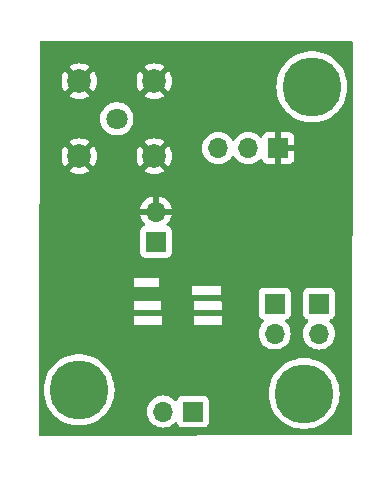
<source format=gbl>
%TF.GenerationSoftware,KiCad,Pcbnew,8.0.1*%
%TF.CreationDate,2024-04-15T14:56:09+02:00*%
%TF.ProjectId,Transmitter prototype,5472616e-736d-4697-9474-65722070726f,rev?*%
%TF.SameCoordinates,Original*%
%TF.FileFunction,Copper,L2,Bot*%
%TF.FilePolarity,Positive*%
%FSLAX46Y46*%
G04 Gerber Fmt 4.6, Leading zero omitted, Abs format (unit mm)*
G04 Created by KiCad (PCBNEW 8.0.1) date 2024-04-15 14:56:09*
%MOMM*%
%LPD*%
G01*
G04 APERTURE LIST*
%TA.AperFunction,ComponentPad*%
%ADD10C,5.000000*%
%TD*%
%TA.AperFunction,ComponentPad*%
%ADD11R,1.700000X1.700000*%
%TD*%
%TA.AperFunction,ComponentPad*%
%ADD12O,1.700000X1.700000*%
%TD*%
%TA.AperFunction,ComponentPad*%
%ADD13C,1.803400*%
%TD*%
%TA.AperFunction,ComponentPad*%
%ADD14C,2.006600*%
%TD*%
G04 APERTURE END LIST*
D10*
%TO.P,H3,1*%
%TO.N,N/C*%
X179019200Y-99568000D03*
%TD*%
D11*
%TO.P,J3,1,Pin_1*%
%TO.N,GND*%
X176834800Y-78790800D03*
D12*
%TO.P,J3,2,Pin_2*%
%TO.N,-5V*%
X174294800Y-78790800D03*
%TO.P,J3,3,Pin_3*%
%TO.N,+5V*%
X171754800Y-78790800D03*
%TD*%
D11*
%TO.P,J5,1,Pin_1*%
%TO.N,/coil start*%
X176530000Y-91948000D03*
D12*
%TO.P,J5,2,Pin_2*%
%TO.N,/coil end*%
X176530000Y-94488000D03*
%TD*%
D11*
%TO.P,J2,1,Pin_1*%
%TO.N,-5V*%
X169621200Y-101092000D03*
D12*
%TO.P,J2,2,Pin_2*%
%TO.N,+5V*%
X167081200Y-101092000D03*
%TD*%
D13*
%TO.P,J1,1,In*%
%TO.N,Net-(J1-In)*%
X163169600Y-76301600D03*
D14*
%TO.P,J1,2,Ext*%
%TO.N,GND*%
X159994600Y-73126600D03*
%TO.P,J1,3*%
X166344600Y-73126600D03*
%TO.P,J1,4*%
X159994600Y-79476600D03*
%TO.P,J1,5*%
X166344600Y-79476600D03*
%TD*%
D11*
%TO.P,J6,1,Pin_1*%
%TO.N,Net-(J6-Pin_1)*%
X166471600Y-86715600D03*
D12*
%TO.P,J6,2,Pin_2*%
%TO.N,GND*%
X166471600Y-84175600D03*
%TD*%
D11*
%TO.P,J4,1,Pin_1*%
%TO.N,/coil start*%
X180289200Y-91948000D03*
D12*
%TO.P,J4,2,Pin_2*%
%TO.N,/coil end*%
X180289200Y-94488000D03*
%TD*%
D10*
%TO.P,H2,1*%
%TO.N,N/C*%
X159969200Y-99263200D03*
%TD*%
%TO.P,H1,1*%
%TO.N,N/C*%
X179679600Y-73609200D03*
%TD*%
%TA.AperFunction,Conductor*%
%TO.N,GND*%
G36*
X183076850Y-69717285D02*
G01*
X183122605Y-69770089D01*
X183133811Y-69821789D01*
X183083387Y-102949862D01*
X183063600Y-103016871D01*
X183010727Y-103062546D01*
X182959862Y-103073672D01*
X156690452Y-103174321D01*
X156623338Y-103154894D01*
X156577381Y-103102265D01*
X156565978Y-103049950D01*
X156577471Y-99263203D01*
X156963615Y-99263203D01*
X156983938Y-99612127D01*
X156983939Y-99612138D01*
X157044628Y-99956327D01*
X157044630Y-99956334D01*
X157144874Y-100291172D01*
X157283307Y-100612095D01*
X157283313Y-100612108D01*
X157458070Y-100914797D01*
X157666784Y-101195149D01*
X157666789Y-101195155D01*
X157790663Y-101326453D01*
X157906642Y-101449383D01*
X158033302Y-101555663D01*
X158174386Y-101674047D01*
X158174394Y-101674053D01*
X158466403Y-101866111D01*
X158712831Y-101989872D01*
X158778749Y-102022977D01*
X159107189Y-102142519D01*
X159447286Y-102223123D01*
X159794441Y-102263700D01*
X159794448Y-102263700D01*
X160143952Y-102263700D01*
X160143959Y-102263700D01*
X160491114Y-102223123D01*
X160831211Y-102142519D01*
X161159651Y-102022977D01*
X161471993Y-101866113D01*
X161764011Y-101674049D01*
X162031758Y-101449383D01*
X162271612Y-101195153D01*
X162348407Y-101092000D01*
X165725541Y-101092000D01*
X165746136Y-101327403D01*
X165746138Y-101327413D01*
X165807294Y-101555655D01*
X165807296Y-101555659D01*
X165807297Y-101555663D01*
X165891699Y-101736663D01*
X165907165Y-101769830D01*
X165907167Y-101769834D01*
X165974583Y-101866113D01*
X166042705Y-101963401D01*
X166209799Y-102130495D01*
X166306584Y-102198265D01*
X166403365Y-102266032D01*
X166403367Y-102266033D01*
X166403370Y-102266035D01*
X166617537Y-102365903D01*
X166845792Y-102427063D01*
X167022234Y-102442500D01*
X167081199Y-102447659D01*
X167081200Y-102447659D01*
X167081201Y-102447659D01*
X167140166Y-102442500D01*
X167316608Y-102427063D01*
X167544863Y-102365903D01*
X167759030Y-102266035D01*
X167952601Y-102130495D01*
X168074529Y-102008566D01*
X168135848Y-101975084D01*
X168205540Y-101980068D01*
X168261474Y-102021939D01*
X168278389Y-102052917D01*
X168327402Y-102184328D01*
X168327406Y-102184335D01*
X168413652Y-102299544D01*
X168413655Y-102299547D01*
X168528864Y-102385793D01*
X168528871Y-102385797D01*
X168663717Y-102436091D01*
X168663716Y-102436091D01*
X168670644Y-102436835D01*
X168723327Y-102442500D01*
X170519072Y-102442499D01*
X170578683Y-102436091D01*
X170713531Y-102385796D01*
X170828746Y-102299546D01*
X170914996Y-102184331D01*
X170965291Y-102049483D01*
X170971700Y-101989873D01*
X170971699Y-100194128D01*
X170965291Y-100134517D01*
X170964010Y-100131083D01*
X170914997Y-99999671D01*
X170914993Y-99999664D01*
X170828747Y-99884455D01*
X170828744Y-99884452D01*
X170713535Y-99798206D01*
X170713528Y-99798202D01*
X170578682Y-99747908D01*
X170578683Y-99747908D01*
X170519083Y-99741501D01*
X170519081Y-99741500D01*
X170519073Y-99741500D01*
X170519064Y-99741500D01*
X168723329Y-99741500D01*
X168723323Y-99741501D01*
X168663716Y-99747908D01*
X168528871Y-99798202D01*
X168528864Y-99798206D01*
X168413655Y-99884452D01*
X168413652Y-99884455D01*
X168327406Y-99999664D01*
X168327403Y-99999669D01*
X168278389Y-100131083D01*
X168236517Y-100187016D01*
X168171053Y-100211433D01*
X168102780Y-100196581D01*
X168074526Y-100175430D01*
X167952602Y-100053506D01*
X167952595Y-100053501D01*
X167759034Y-99917967D01*
X167759030Y-99917965D01*
X167756804Y-99916927D01*
X167544863Y-99818097D01*
X167544859Y-99818096D01*
X167544855Y-99818094D01*
X167316613Y-99756938D01*
X167316603Y-99756936D01*
X167081201Y-99736341D01*
X167081199Y-99736341D01*
X166845796Y-99756936D01*
X166845786Y-99756938D01*
X166617544Y-99818094D01*
X166617535Y-99818098D01*
X166403371Y-99917964D01*
X166403369Y-99917965D01*
X166209797Y-100053505D01*
X166042705Y-100220597D01*
X165907165Y-100414169D01*
X165907164Y-100414171D01*
X165807298Y-100628335D01*
X165807294Y-100628344D01*
X165746138Y-100856586D01*
X165746136Y-100856596D01*
X165725541Y-101091999D01*
X165725541Y-101092000D01*
X162348407Y-101092000D01*
X162480330Y-100914796D01*
X162655089Y-100612104D01*
X162793526Y-100291171D01*
X162893769Y-99956336D01*
X162900535Y-99917967D01*
X162954460Y-99612138D01*
X162954459Y-99612138D01*
X162954462Y-99612127D01*
X162957032Y-99568003D01*
X176013615Y-99568003D01*
X176033938Y-99916927D01*
X176033939Y-99916938D01*
X176094628Y-100261127D01*
X176094630Y-100261134D01*
X176194874Y-100595972D01*
X176333307Y-100916895D01*
X176333313Y-100916908D01*
X176508070Y-101219597D01*
X176716784Y-101499949D01*
X176716789Y-101499955D01*
X176840663Y-101631253D01*
X176956642Y-101754183D01*
X177133103Y-101902251D01*
X177224386Y-101978847D01*
X177224394Y-101978853D01*
X177516403Y-102170911D01*
X177516407Y-102170913D01*
X177828749Y-102327777D01*
X178157189Y-102447319D01*
X178497286Y-102527923D01*
X178844441Y-102568500D01*
X178844448Y-102568500D01*
X179193952Y-102568500D01*
X179193959Y-102568500D01*
X179541114Y-102527923D01*
X179881211Y-102447319D01*
X180209651Y-102327777D01*
X180521993Y-102170913D01*
X180814011Y-101978849D01*
X181081758Y-101754183D01*
X181321612Y-101499953D01*
X181530330Y-101219596D01*
X181705089Y-100916904D01*
X181843526Y-100595971D01*
X181943769Y-100261136D01*
X181955585Y-100194128D01*
X182004460Y-99916938D01*
X182004459Y-99916938D01*
X182004462Y-99916927D01*
X182024785Y-99568000D01*
X182004462Y-99219073D01*
X181950716Y-98914261D01*
X181943771Y-98874872D01*
X181943769Y-98874865D01*
X181852518Y-98570065D01*
X181843526Y-98540029D01*
X181705089Y-98219096D01*
X181530330Y-97916404D01*
X181528757Y-97914291D01*
X181321615Y-97636050D01*
X181321610Y-97636044D01*
X181205633Y-97513117D01*
X181081758Y-97381817D01*
X180933688Y-97257572D01*
X180814013Y-97157152D01*
X180814005Y-97157146D01*
X180521996Y-96965088D01*
X180209658Y-96808226D01*
X180209652Y-96808223D01*
X179881212Y-96688681D01*
X179881209Y-96688680D01*
X179541115Y-96608077D01*
X179497719Y-96603004D01*
X179193959Y-96567500D01*
X178844441Y-96567500D01*
X178540680Y-96603004D01*
X178497285Y-96608077D01*
X178497283Y-96608077D01*
X178157190Y-96688680D01*
X178157187Y-96688681D01*
X177828747Y-96808223D01*
X177828741Y-96808226D01*
X177516403Y-96965088D01*
X177224394Y-97157146D01*
X177224386Y-97157152D01*
X176956642Y-97381817D01*
X176956640Y-97381819D01*
X176716789Y-97636044D01*
X176716784Y-97636050D01*
X176508070Y-97916402D01*
X176333313Y-98219091D01*
X176333307Y-98219104D01*
X176194874Y-98540027D01*
X176094630Y-98874865D01*
X176094628Y-98874872D01*
X176033939Y-99219061D01*
X176033938Y-99219072D01*
X176013615Y-99567996D01*
X176013615Y-99568003D01*
X162957032Y-99568003D01*
X162974785Y-99263200D01*
X162954462Y-98914273D01*
X162947515Y-98874872D01*
X162893771Y-98570072D01*
X162893769Y-98570065D01*
X162884777Y-98540029D01*
X162793526Y-98235229D01*
X162655089Y-97914296D01*
X162494442Y-97636047D01*
X162480329Y-97611602D01*
X162271615Y-97331250D01*
X162271610Y-97331244D01*
X162155633Y-97208317D01*
X162031758Y-97077017D01*
X161883688Y-96952772D01*
X161764013Y-96852352D01*
X161764005Y-96852346D01*
X161471996Y-96660288D01*
X161159658Y-96503426D01*
X161159652Y-96503423D01*
X160831212Y-96383881D01*
X160831209Y-96383880D01*
X160491115Y-96303277D01*
X160447719Y-96298204D01*
X160143959Y-96262700D01*
X159794441Y-96262700D01*
X159490680Y-96298204D01*
X159447285Y-96303277D01*
X159447283Y-96303277D01*
X159107190Y-96383880D01*
X159107187Y-96383881D01*
X158778747Y-96503423D01*
X158778741Y-96503426D01*
X158466403Y-96660288D01*
X158174394Y-96852346D01*
X158174386Y-96852352D01*
X157906642Y-97077017D01*
X157906640Y-97077019D01*
X157666789Y-97331244D01*
X157666784Y-97331250D01*
X157458070Y-97611602D01*
X157283313Y-97914291D01*
X157283307Y-97914304D01*
X157144874Y-98235227D01*
X157044630Y-98570065D01*
X157044628Y-98570072D01*
X156983939Y-98914261D01*
X156983938Y-98914272D01*
X156963615Y-99263196D01*
X156963615Y-99263203D01*
X156577471Y-99263203D01*
X156591964Y-94488000D01*
X175174341Y-94488000D01*
X175194936Y-94723403D01*
X175194938Y-94723413D01*
X175256094Y-94951655D01*
X175256096Y-94951659D01*
X175256097Y-94951663D01*
X175355965Y-95165830D01*
X175355967Y-95165834D01*
X175464281Y-95320521D01*
X175491505Y-95359401D01*
X175658599Y-95526495D01*
X175755384Y-95594265D01*
X175852165Y-95662032D01*
X175852167Y-95662033D01*
X175852170Y-95662035D01*
X176066337Y-95761903D01*
X176294592Y-95823063D01*
X176482918Y-95839539D01*
X176529999Y-95843659D01*
X176530000Y-95843659D01*
X176530001Y-95843659D01*
X176569234Y-95840226D01*
X176765408Y-95823063D01*
X176993663Y-95761903D01*
X177207830Y-95662035D01*
X177401401Y-95526495D01*
X177568495Y-95359401D01*
X177704035Y-95165830D01*
X177803903Y-94951663D01*
X177865063Y-94723408D01*
X177885659Y-94488000D01*
X178933541Y-94488000D01*
X178954136Y-94723403D01*
X178954138Y-94723413D01*
X179015294Y-94951655D01*
X179015296Y-94951659D01*
X179015297Y-94951663D01*
X179115165Y-95165830D01*
X179115167Y-95165834D01*
X179223481Y-95320521D01*
X179250705Y-95359401D01*
X179417799Y-95526495D01*
X179514584Y-95594265D01*
X179611365Y-95662032D01*
X179611367Y-95662033D01*
X179611370Y-95662035D01*
X179825537Y-95761903D01*
X180053792Y-95823063D01*
X180242118Y-95839539D01*
X180289199Y-95843659D01*
X180289200Y-95843659D01*
X180289201Y-95843659D01*
X180328434Y-95840226D01*
X180524608Y-95823063D01*
X180752863Y-95761903D01*
X180967030Y-95662035D01*
X181160601Y-95526495D01*
X181327695Y-95359401D01*
X181463235Y-95165830D01*
X181563103Y-94951663D01*
X181624263Y-94723408D01*
X181644859Y-94488000D01*
X181624263Y-94252592D01*
X181563103Y-94024337D01*
X181463235Y-93810171D01*
X181327695Y-93616599D01*
X181205767Y-93494671D01*
X181172284Y-93433351D01*
X181177268Y-93363659D01*
X181219139Y-93307725D01*
X181250115Y-93290810D01*
X181381531Y-93241796D01*
X181496746Y-93155546D01*
X181582996Y-93040331D01*
X181633291Y-92905483D01*
X181639700Y-92845873D01*
X181639699Y-91050128D01*
X181633291Y-90990517D01*
X181582996Y-90855669D01*
X181582995Y-90855668D01*
X181582993Y-90855664D01*
X181496747Y-90740455D01*
X181496744Y-90740452D01*
X181381535Y-90654206D01*
X181381528Y-90654202D01*
X181246682Y-90603908D01*
X181246683Y-90603908D01*
X181187083Y-90597501D01*
X181187081Y-90597500D01*
X181187073Y-90597500D01*
X181187064Y-90597500D01*
X179391329Y-90597500D01*
X179391323Y-90597501D01*
X179331716Y-90603908D01*
X179196871Y-90654202D01*
X179196864Y-90654206D01*
X179081655Y-90740452D01*
X179081652Y-90740455D01*
X178995406Y-90855664D01*
X178995402Y-90855671D01*
X178945108Y-90990517D01*
X178938701Y-91050116D01*
X178938701Y-91050123D01*
X178938700Y-91050135D01*
X178938700Y-92845870D01*
X178938701Y-92845876D01*
X178945108Y-92905483D01*
X178995402Y-93040328D01*
X178995406Y-93040335D01*
X179081652Y-93155544D01*
X179081655Y-93155547D01*
X179196864Y-93241793D01*
X179196871Y-93241797D01*
X179328281Y-93290810D01*
X179384215Y-93332681D01*
X179408632Y-93398145D01*
X179393780Y-93466418D01*
X179372630Y-93494673D01*
X179250703Y-93616600D01*
X179115165Y-93810169D01*
X179115164Y-93810171D01*
X179015298Y-94024335D01*
X179015294Y-94024344D01*
X178954138Y-94252586D01*
X178954136Y-94252596D01*
X178933541Y-94487999D01*
X178933541Y-94488000D01*
X177885659Y-94488000D01*
X177865063Y-94252592D01*
X177803903Y-94024337D01*
X177704035Y-93810171D01*
X177568495Y-93616599D01*
X177446567Y-93494671D01*
X177413084Y-93433351D01*
X177418068Y-93363659D01*
X177459939Y-93307725D01*
X177490915Y-93290810D01*
X177622331Y-93241796D01*
X177737546Y-93155546D01*
X177823796Y-93040331D01*
X177874091Y-92905483D01*
X177880500Y-92845873D01*
X177880499Y-91050128D01*
X177874091Y-90990517D01*
X177823796Y-90855669D01*
X177823795Y-90855668D01*
X177823793Y-90855664D01*
X177737547Y-90740455D01*
X177737544Y-90740452D01*
X177622335Y-90654206D01*
X177622328Y-90654202D01*
X177487482Y-90603908D01*
X177487483Y-90603908D01*
X177427883Y-90597501D01*
X177427881Y-90597500D01*
X177427873Y-90597500D01*
X177427864Y-90597500D01*
X175632129Y-90597500D01*
X175632123Y-90597501D01*
X175572516Y-90603908D01*
X175437671Y-90654202D01*
X175437664Y-90654206D01*
X175322455Y-90740452D01*
X175322452Y-90740455D01*
X175236206Y-90855664D01*
X175236202Y-90855671D01*
X175185908Y-90990517D01*
X175179501Y-91050116D01*
X175179501Y-91050123D01*
X175179500Y-91050135D01*
X175179500Y-92845870D01*
X175179501Y-92845876D01*
X175185908Y-92905483D01*
X175236202Y-93040328D01*
X175236206Y-93040335D01*
X175322452Y-93155544D01*
X175322455Y-93155547D01*
X175437664Y-93241793D01*
X175437671Y-93241797D01*
X175569081Y-93290810D01*
X175625015Y-93332681D01*
X175649432Y-93398145D01*
X175634580Y-93466418D01*
X175613430Y-93494673D01*
X175491503Y-93616600D01*
X175355965Y-93810169D01*
X175355964Y-93810171D01*
X175256098Y-94024335D01*
X175256094Y-94024344D01*
X175194938Y-94252586D01*
X175194936Y-94252596D01*
X175174341Y-94487999D01*
X175174341Y-94488000D01*
X156591964Y-94488000D01*
X156596589Y-92964000D01*
X164592000Y-92964000D01*
X164592000Y-93726000D01*
X167005000Y-93726000D01*
X167005000Y-92964000D01*
X169672000Y-92964000D01*
X169672000Y-93726000D01*
X172085000Y-93726000D01*
X172085000Y-92964000D01*
X169672000Y-92964000D01*
X167005000Y-92964000D01*
X164592000Y-92964000D01*
X156596589Y-92964000D01*
X156600443Y-91694000D01*
X164592000Y-91694000D01*
X164592000Y-92456000D01*
X166878000Y-92456000D01*
X166878000Y-91694000D01*
X169672000Y-91694000D01*
X169672000Y-92456000D01*
X172085000Y-92456000D01*
X172085000Y-91821000D01*
X171958000Y-91694000D01*
X169672000Y-91694000D01*
X166878000Y-91694000D01*
X164592000Y-91694000D01*
X156600443Y-91694000D01*
X156606225Y-89789000D01*
X164592000Y-89789000D01*
X164592000Y-90551000D01*
X166751000Y-90551000D01*
X166751000Y-90424000D01*
X169545000Y-90424000D01*
X169545000Y-91186000D01*
X171958000Y-91186000D01*
X171958000Y-90424000D01*
X169545000Y-90424000D01*
X166751000Y-90424000D01*
X166751000Y-89789000D01*
X164592000Y-89789000D01*
X156606225Y-89789000D01*
X156612827Y-87613470D01*
X165121100Y-87613470D01*
X165121101Y-87613476D01*
X165127508Y-87673083D01*
X165177802Y-87807928D01*
X165177806Y-87807935D01*
X165264052Y-87923144D01*
X165264055Y-87923147D01*
X165379264Y-88009393D01*
X165379271Y-88009397D01*
X165514117Y-88059691D01*
X165514116Y-88059691D01*
X165521044Y-88060435D01*
X165573727Y-88066100D01*
X167369472Y-88066099D01*
X167429083Y-88059691D01*
X167563931Y-88009396D01*
X167679146Y-87923146D01*
X167765396Y-87807931D01*
X167815691Y-87673083D01*
X167822100Y-87613473D01*
X167822099Y-85817728D01*
X167815691Y-85758117D01*
X167765396Y-85623269D01*
X167765395Y-85623268D01*
X167765393Y-85623264D01*
X167679147Y-85508055D01*
X167679144Y-85508052D01*
X167563935Y-85421806D01*
X167563928Y-85421802D01*
X167432001Y-85372597D01*
X167376067Y-85330726D01*
X167351650Y-85265262D01*
X167366502Y-85196989D01*
X167387653Y-85168733D01*
X167509708Y-85046678D01*
X167645200Y-84853178D01*
X167745029Y-84639092D01*
X167745032Y-84639086D01*
X167802236Y-84425600D01*
X166904612Y-84425600D01*
X166937525Y-84368593D01*
X166971600Y-84241426D01*
X166971600Y-84109774D01*
X166937525Y-83982607D01*
X166904612Y-83925600D01*
X167802236Y-83925600D01*
X167802235Y-83925599D01*
X167745032Y-83712113D01*
X167745029Y-83712107D01*
X167645200Y-83498022D01*
X167645199Y-83498020D01*
X167509713Y-83304526D01*
X167509708Y-83304520D01*
X167342682Y-83137494D01*
X167149178Y-83001999D01*
X166935092Y-82902170D01*
X166935086Y-82902167D01*
X166721600Y-82844964D01*
X166721600Y-83742588D01*
X166664593Y-83709675D01*
X166537426Y-83675600D01*
X166405774Y-83675600D01*
X166278607Y-83709675D01*
X166221600Y-83742588D01*
X166221600Y-82844964D01*
X166221599Y-82844964D01*
X166008113Y-82902167D01*
X166008107Y-82902170D01*
X165794022Y-83001999D01*
X165794020Y-83002000D01*
X165600526Y-83137486D01*
X165600520Y-83137491D01*
X165433491Y-83304520D01*
X165433486Y-83304526D01*
X165298000Y-83498020D01*
X165297999Y-83498022D01*
X165198170Y-83712107D01*
X165198167Y-83712113D01*
X165140964Y-83925599D01*
X165140964Y-83925600D01*
X166038588Y-83925600D01*
X166005675Y-83982607D01*
X165971600Y-84109774D01*
X165971600Y-84241426D01*
X166005675Y-84368593D01*
X166038588Y-84425600D01*
X165140964Y-84425600D01*
X165198167Y-84639086D01*
X165198170Y-84639092D01*
X165297999Y-84853178D01*
X165433494Y-85046682D01*
X165555546Y-85168734D01*
X165589031Y-85230057D01*
X165584047Y-85299749D01*
X165542175Y-85355682D01*
X165511198Y-85372597D01*
X165379271Y-85421802D01*
X165379264Y-85421806D01*
X165264055Y-85508052D01*
X165264052Y-85508055D01*
X165177806Y-85623264D01*
X165177802Y-85623271D01*
X165127508Y-85758117D01*
X165121101Y-85817716D01*
X165121101Y-85817723D01*
X165121100Y-85817735D01*
X165121100Y-87613470D01*
X156612827Y-87613470D01*
X156637522Y-79476600D01*
X158486651Y-79476600D01*
X158505215Y-79712492D01*
X158560453Y-79942577D01*
X158651007Y-80161195D01*
X158767064Y-80350582D01*
X159317557Y-79800089D01*
X159330579Y-79831527D01*
X159412580Y-79954251D01*
X159516949Y-80058620D01*
X159639673Y-80140621D01*
X159671109Y-80153642D01*
X159120616Y-80704134D01*
X159310004Y-80820192D01*
X159528622Y-80910746D01*
X159758708Y-80965984D01*
X159758707Y-80965984D01*
X159994600Y-80984548D01*
X160230492Y-80965984D01*
X160460577Y-80910746D01*
X160679195Y-80820192D01*
X160868582Y-80704134D01*
X160318090Y-80153642D01*
X160349527Y-80140621D01*
X160472251Y-80058620D01*
X160576620Y-79954251D01*
X160658621Y-79831527D01*
X160671642Y-79800090D01*
X161222134Y-80350582D01*
X161338192Y-80161195D01*
X161428746Y-79942577D01*
X161483984Y-79712492D01*
X161502548Y-79476600D01*
X164836651Y-79476600D01*
X164855215Y-79712492D01*
X164910453Y-79942577D01*
X165001007Y-80161195D01*
X165117064Y-80350582D01*
X165667557Y-79800089D01*
X165680579Y-79831527D01*
X165762580Y-79954251D01*
X165866949Y-80058620D01*
X165989673Y-80140621D01*
X166021109Y-80153642D01*
X165470616Y-80704134D01*
X165660004Y-80820192D01*
X165878622Y-80910746D01*
X166108708Y-80965984D01*
X166108707Y-80965984D01*
X166344600Y-80984548D01*
X166580492Y-80965984D01*
X166810577Y-80910746D01*
X167029195Y-80820192D01*
X167218582Y-80704134D01*
X166668090Y-80153642D01*
X166699527Y-80140621D01*
X166822251Y-80058620D01*
X166926620Y-79954251D01*
X167008621Y-79831527D01*
X167021642Y-79800090D01*
X167572134Y-80350582D01*
X167688192Y-80161195D01*
X167778746Y-79942577D01*
X167833984Y-79712492D01*
X167852548Y-79476600D01*
X167833984Y-79240707D01*
X167778746Y-79010622D01*
X167688192Y-78792004D01*
X167687454Y-78790800D01*
X170399141Y-78790800D01*
X170419736Y-79026203D01*
X170419738Y-79026213D01*
X170480894Y-79254455D01*
X170480896Y-79254459D01*
X170480897Y-79254463D01*
X170550068Y-79402800D01*
X170580765Y-79468630D01*
X170580767Y-79468634D01*
X170638021Y-79550400D01*
X170716305Y-79662201D01*
X170883399Y-79829295D01*
X170886587Y-79831527D01*
X171076965Y-79964832D01*
X171076967Y-79964833D01*
X171076970Y-79964835D01*
X171291137Y-80064703D01*
X171519392Y-80125863D01*
X171690119Y-80140800D01*
X171754799Y-80146459D01*
X171754800Y-80146459D01*
X171754801Y-80146459D01*
X171819481Y-80140800D01*
X171990208Y-80125863D01*
X172218463Y-80064703D01*
X172432630Y-79964835D01*
X172626201Y-79829295D01*
X172793295Y-79662201D01*
X172923225Y-79476642D01*
X172977802Y-79433017D01*
X173047300Y-79425823D01*
X173109655Y-79457346D01*
X173126375Y-79476642D01*
X173256300Y-79662195D01*
X173256305Y-79662201D01*
X173423399Y-79829295D01*
X173426587Y-79831527D01*
X173616965Y-79964832D01*
X173616967Y-79964833D01*
X173616970Y-79964835D01*
X173831137Y-80064703D01*
X174059392Y-80125863D01*
X174230119Y-80140800D01*
X174294799Y-80146459D01*
X174294800Y-80146459D01*
X174294801Y-80146459D01*
X174359481Y-80140800D01*
X174530208Y-80125863D01*
X174758463Y-80064703D01*
X174972630Y-79964835D01*
X175166201Y-79829295D01*
X175288517Y-79706978D01*
X175349836Y-79673496D01*
X175419528Y-79678480D01*
X175475462Y-79720351D01*
X175492377Y-79751328D01*
X175541446Y-79882888D01*
X175541449Y-79882893D01*
X175627609Y-79997987D01*
X175627612Y-79997990D01*
X175742706Y-80084150D01*
X175742713Y-80084154D01*
X175877420Y-80134396D01*
X175877427Y-80134398D01*
X175936955Y-80140799D01*
X175936972Y-80140800D01*
X176584800Y-80140800D01*
X176584800Y-79223812D01*
X176641807Y-79256725D01*
X176768974Y-79290800D01*
X176900626Y-79290800D01*
X177027793Y-79256725D01*
X177084800Y-79223812D01*
X177084800Y-80140800D01*
X177732628Y-80140800D01*
X177732644Y-80140799D01*
X177792172Y-80134398D01*
X177792179Y-80134396D01*
X177926886Y-80084154D01*
X177926893Y-80084150D01*
X178041987Y-79997990D01*
X178041990Y-79997987D01*
X178128150Y-79882893D01*
X178128154Y-79882886D01*
X178178396Y-79748179D01*
X178178398Y-79748172D01*
X178184799Y-79688644D01*
X178184800Y-79688627D01*
X178184800Y-79040800D01*
X177267812Y-79040800D01*
X177300725Y-78983793D01*
X177334800Y-78856626D01*
X177334800Y-78724974D01*
X177300725Y-78597807D01*
X177267812Y-78540800D01*
X178184800Y-78540800D01*
X178184800Y-77892972D01*
X178184799Y-77892955D01*
X178178398Y-77833427D01*
X178178396Y-77833420D01*
X178128154Y-77698713D01*
X178128150Y-77698706D01*
X178041990Y-77583612D01*
X178041987Y-77583609D01*
X177926893Y-77497449D01*
X177926886Y-77497445D01*
X177792179Y-77447203D01*
X177792172Y-77447201D01*
X177732644Y-77440800D01*
X177084800Y-77440800D01*
X177084800Y-78357788D01*
X177027793Y-78324875D01*
X176900626Y-78290800D01*
X176768974Y-78290800D01*
X176641807Y-78324875D01*
X176584800Y-78357788D01*
X176584800Y-77440800D01*
X175936955Y-77440800D01*
X175877427Y-77447201D01*
X175877420Y-77447203D01*
X175742713Y-77497445D01*
X175742706Y-77497449D01*
X175627612Y-77583609D01*
X175627609Y-77583612D01*
X175541449Y-77698706D01*
X175541445Y-77698713D01*
X175492378Y-77830270D01*
X175450507Y-77886204D01*
X175385042Y-77910621D01*
X175316769Y-77895769D01*
X175288515Y-77874619D01*
X175244166Y-77830270D01*
X175166201Y-77752305D01*
X175166197Y-77752302D01*
X175166196Y-77752301D01*
X174972634Y-77616767D01*
X174972630Y-77616765D01*
X174915449Y-77590101D01*
X174758463Y-77516897D01*
X174758459Y-77516896D01*
X174758455Y-77516894D01*
X174530213Y-77455738D01*
X174530203Y-77455736D01*
X174294801Y-77435141D01*
X174294799Y-77435141D01*
X174059396Y-77455736D01*
X174059386Y-77455738D01*
X173831144Y-77516894D01*
X173831135Y-77516898D01*
X173616971Y-77616764D01*
X173616969Y-77616765D01*
X173423397Y-77752305D01*
X173256305Y-77919397D01*
X173126375Y-78104958D01*
X173071798Y-78148583D01*
X173002300Y-78155777D01*
X172939945Y-78124254D01*
X172923225Y-78104958D01*
X172793294Y-77919397D01*
X172626202Y-77752306D01*
X172626195Y-77752301D01*
X172432634Y-77616767D01*
X172432630Y-77616765D01*
X172375449Y-77590101D01*
X172218463Y-77516897D01*
X172218459Y-77516896D01*
X172218455Y-77516894D01*
X171990213Y-77455738D01*
X171990203Y-77455736D01*
X171754801Y-77435141D01*
X171754799Y-77435141D01*
X171519396Y-77455736D01*
X171519386Y-77455738D01*
X171291144Y-77516894D01*
X171291135Y-77516898D01*
X171076971Y-77616764D01*
X171076969Y-77616765D01*
X170883397Y-77752305D01*
X170716305Y-77919397D01*
X170580765Y-78112969D01*
X170580764Y-78112971D01*
X170480898Y-78327135D01*
X170480894Y-78327144D01*
X170419738Y-78555386D01*
X170419736Y-78555396D01*
X170399141Y-78790799D01*
X170399141Y-78790800D01*
X167687454Y-78790800D01*
X167572134Y-78602616D01*
X167021642Y-79153109D01*
X167008621Y-79121673D01*
X166926620Y-78998949D01*
X166822251Y-78894580D01*
X166699527Y-78812579D01*
X166668089Y-78799557D01*
X167218582Y-78249064D01*
X167029195Y-78133007D01*
X166810577Y-78042453D01*
X166580491Y-77987215D01*
X166580492Y-77987215D01*
X166344600Y-77968651D01*
X166108707Y-77987215D01*
X165878622Y-78042453D01*
X165660012Y-78133004D01*
X165660007Y-78133007D01*
X165470616Y-78249064D01*
X166021109Y-78799557D01*
X165989673Y-78812579D01*
X165866949Y-78894580D01*
X165762580Y-78998949D01*
X165680579Y-79121673D01*
X165667557Y-79153109D01*
X165117064Y-78602616D01*
X165001007Y-78792007D01*
X165001004Y-78792012D01*
X164910453Y-79010622D01*
X164855215Y-79240707D01*
X164836651Y-79476600D01*
X161502548Y-79476600D01*
X161483984Y-79240707D01*
X161428746Y-79010622D01*
X161338192Y-78792004D01*
X161222134Y-78602616D01*
X160671642Y-79153109D01*
X160658621Y-79121673D01*
X160576620Y-78998949D01*
X160472251Y-78894580D01*
X160349527Y-78812579D01*
X160318089Y-78799557D01*
X160868582Y-78249064D01*
X160679195Y-78133007D01*
X160460577Y-78042453D01*
X160230491Y-77987215D01*
X160230492Y-77987215D01*
X159994600Y-77968651D01*
X159758707Y-77987215D01*
X159528622Y-78042453D01*
X159310012Y-78133004D01*
X159310007Y-78133007D01*
X159120616Y-78249064D01*
X159671109Y-78799557D01*
X159639673Y-78812579D01*
X159516949Y-78894580D01*
X159412580Y-78998949D01*
X159330579Y-79121673D01*
X159317557Y-79153109D01*
X158767064Y-78602616D01*
X158651007Y-78792007D01*
X158651004Y-78792012D01*
X158560453Y-79010622D01*
X158505215Y-79240707D01*
X158486651Y-79476600D01*
X156637522Y-79476600D01*
X156647158Y-76301605D01*
X161762594Y-76301605D01*
X161781783Y-76533182D01*
X161838829Y-76758454D01*
X161932175Y-76971262D01*
X162059273Y-77165798D01*
X162059275Y-77165801D01*
X162216661Y-77336768D01*
X162216664Y-77336770D01*
X162216667Y-77336773D01*
X162400032Y-77479492D01*
X162400038Y-77479496D01*
X162400041Y-77479498D01*
X162604412Y-77590099D01*
X162824200Y-77665552D01*
X163053410Y-77703800D01*
X163285790Y-77703800D01*
X163515000Y-77665552D01*
X163734788Y-77590099D01*
X163939159Y-77479498D01*
X164122539Y-77336768D01*
X164279925Y-77165801D01*
X164407025Y-76971261D01*
X164500371Y-76758454D01*
X164557416Y-76533186D01*
X164576606Y-76301600D01*
X164557416Y-76070014D01*
X164500371Y-75844746D01*
X164407025Y-75631939D01*
X164279925Y-75437399D01*
X164122539Y-75266432D01*
X164122534Y-75266428D01*
X164122532Y-75266426D01*
X163939167Y-75123707D01*
X163939161Y-75123703D01*
X163734788Y-75013101D01*
X163734780Y-75013098D01*
X163515002Y-74937648D01*
X163285790Y-74899400D01*
X163053410Y-74899400D01*
X162824197Y-74937648D01*
X162604419Y-75013098D01*
X162604411Y-75013101D01*
X162400038Y-75123703D01*
X162400032Y-75123707D01*
X162216667Y-75266426D01*
X162216664Y-75266429D01*
X162059276Y-75437397D01*
X162059273Y-75437401D01*
X161932175Y-75631937D01*
X161838829Y-75844745D01*
X161781783Y-76070017D01*
X161762594Y-76301594D01*
X161762594Y-76301605D01*
X156647158Y-76301605D01*
X156656794Y-73126600D01*
X158486651Y-73126600D01*
X158505215Y-73362492D01*
X158560453Y-73592577D01*
X158651007Y-73811195D01*
X158767064Y-74000582D01*
X159317557Y-73450089D01*
X159330579Y-73481527D01*
X159412580Y-73604251D01*
X159516949Y-73708620D01*
X159639673Y-73790621D01*
X159671109Y-73803642D01*
X159120616Y-74354134D01*
X159310004Y-74470192D01*
X159528622Y-74560746D01*
X159758708Y-74615984D01*
X159758707Y-74615984D01*
X159994600Y-74634548D01*
X160230492Y-74615984D01*
X160460577Y-74560746D01*
X160679195Y-74470192D01*
X160868582Y-74354134D01*
X160318090Y-73803642D01*
X160349527Y-73790621D01*
X160472251Y-73708620D01*
X160576620Y-73604251D01*
X160658621Y-73481527D01*
X160671642Y-73450090D01*
X161222134Y-74000582D01*
X161338192Y-73811195D01*
X161428746Y-73592577D01*
X161483984Y-73362492D01*
X161502548Y-73126600D01*
X164836651Y-73126600D01*
X164855215Y-73362492D01*
X164910453Y-73592577D01*
X165001007Y-73811195D01*
X165117064Y-74000582D01*
X165667557Y-73450089D01*
X165680579Y-73481527D01*
X165762580Y-73604251D01*
X165866949Y-73708620D01*
X165989673Y-73790621D01*
X166021109Y-73803642D01*
X165470616Y-74354134D01*
X165660004Y-74470192D01*
X165878622Y-74560746D01*
X166108708Y-74615984D01*
X166108707Y-74615984D01*
X166344600Y-74634548D01*
X166580492Y-74615984D01*
X166810577Y-74560746D01*
X167029195Y-74470192D01*
X167218582Y-74354134D01*
X166668090Y-73803642D01*
X166699527Y-73790621D01*
X166822251Y-73708620D01*
X166926620Y-73604251D01*
X167008621Y-73481527D01*
X167021642Y-73450090D01*
X167572134Y-74000582D01*
X167688192Y-73811195D01*
X167771859Y-73609203D01*
X176674015Y-73609203D01*
X176694338Y-73958127D01*
X176694339Y-73958138D01*
X176755028Y-74302327D01*
X176755030Y-74302334D01*
X176855274Y-74637172D01*
X176993707Y-74958095D01*
X176993713Y-74958108D01*
X177168470Y-75260797D01*
X177377184Y-75541149D01*
X177377189Y-75541155D01*
X177462838Y-75631937D01*
X177617042Y-75795383D01*
X177675871Y-75844746D01*
X177884786Y-76020047D01*
X177884794Y-76020053D01*
X178176803Y-76212111D01*
X178176807Y-76212113D01*
X178489149Y-76368977D01*
X178817589Y-76488519D01*
X179157686Y-76569123D01*
X179504841Y-76609700D01*
X179504848Y-76609700D01*
X179854352Y-76609700D01*
X179854359Y-76609700D01*
X180201514Y-76569123D01*
X180541611Y-76488519D01*
X180870051Y-76368977D01*
X181182393Y-76212113D01*
X181474411Y-76020049D01*
X181742158Y-75795383D01*
X181982012Y-75541153D01*
X182190730Y-75260796D01*
X182365489Y-74958104D01*
X182503926Y-74637171D01*
X182604169Y-74302336D01*
X182664862Y-73958127D01*
X182685185Y-73609200D01*
X182664862Y-73260273D01*
X182641292Y-73126599D01*
X182604171Y-72916072D01*
X182604169Y-72916065D01*
X182601766Y-72908037D01*
X182503926Y-72581229D01*
X182365489Y-72260296D01*
X182190730Y-71957604D01*
X182147149Y-71899064D01*
X181982015Y-71677250D01*
X181982010Y-71677244D01*
X181866033Y-71554317D01*
X181742158Y-71423017D01*
X181594088Y-71298772D01*
X181474413Y-71198352D01*
X181474405Y-71198346D01*
X181182396Y-71006288D01*
X180870058Y-70849426D01*
X180870052Y-70849423D01*
X180541612Y-70729881D01*
X180541609Y-70729880D01*
X180201515Y-70649277D01*
X180158119Y-70644204D01*
X179854359Y-70608700D01*
X179504841Y-70608700D01*
X179201080Y-70644204D01*
X179157685Y-70649277D01*
X179157683Y-70649277D01*
X178817590Y-70729880D01*
X178817587Y-70729881D01*
X178489147Y-70849423D01*
X178489141Y-70849426D01*
X178176803Y-71006288D01*
X177884794Y-71198346D01*
X177884786Y-71198352D01*
X177617042Y-71423017D01*
X177617040Y-71423019D01*
X177377189Y-71677244D01*
X177377184Y-71677250D01*
X177168470Y-71957602D01*
X176993713Y-72260291D01*
X176993707Y-72260304D01*
X176855274Y-72581227D01*
X176755030Y-72916065D01*
X176755028Y-72916072D01*
X176694339Y-73260261D01*
X176694338Y-73260272D01*
X176674015Y-73609196D01*
X176674015Y-73609203D01*
X167771859Y-73609203D01*
X167778746Y-73592577D01*
X167833984Y-73362492D01*
X167852548Y-73126600D01*
X167833984Y-72890707D01*
X167778746Y-72660622D01*
X167688192Y-72442004D01*
X167572134Y-72252616D01*
X167021642Y-72803109D01*
X167008621Y-72771673D01*
X166926620Y-72648949D01*
X166822251Y-72544580D01*
X166699527Y-72462579D01*
X166668089Y-72449557D01*
X167218582Y-71899064D01*
X167029195Y-71783007D01*
X166810577Y-71692453D01*
X166580491Y-71637215D01*
X166580492Y-71637215D01*
X166344600Y-71618651D01*
X166108707Y-71637215D01*
X165878622Y-71692453D01*
X165660012Y-71783004D01*
X165660007Y-71783007D01*
X165470616Y-71899064D01*
X166021109Y-72449557D01*
X165989673Y-72462579D01*
X165866949Y-72544580D01*
X165762580Y-72648949D01*
X165680579Y-72771673D01*
X165667557Y-72803109D01*
X165117064Y-72252616D01*
X165001007Y-72442007D01*
X165001004Y-72442012D01*
X164910453Y-72660622D01*
X164855215Y-72890707D01*
X164836651Y-73126600D01*
X161502548Y-73126600D01*
X161483984Y-72890707D01*
X161428746Y-72660622D01*
X161338192Y-72442004D01*
X161222134Y-72252616D01*
X160671642Y-72803109D01*
X160658621Y-72771673D01*
X160576620Y-72648949D01*
X160472251Y-72544580D01*
X160349527Y-72462579D01*
X160318089Y-72449557D01*
X160868582Y-71899064D01*
X160679195Y-71783007D01*
X160460577Y-71692453D01*
X160230491Y-71637215D01*
X160230492Y-71637215D01*
X159994600Y-71618651D01*
X159758707Y-71637215D01*
X159528622Y-71692453D01*
X159310012Y-71783004D01*
X159310007Y-71783007D01*
X159120616Y-71899064D01*
X159671109Y-72449557D01*
X159639673Y-72462579D01*
X159516949Y-72544580D01*
X159412580Y-72648949D01*
X159330579Y-72771673D01*
X159317557Y-72803109D01*
X158767064Y-72252616D01*
X158651007Y-72442007D01*
X158651004Y-72442012D01*
X158560453Y-72660622D01*
X158505215Y-72890707D01*
X158486651Y-73126600D01*
X156656794Y-73126600D01*
X156658208Y-72660622D01*
X156666825Y-69821224D01*
X156686713Y-69754244D01*
X156739655Y-69708650D01*
X156790824Y-69697600D01*
X183009811Y-69697600D01*
X183076850Y-69717285D01*
G37*
%TD.AperFunction*%
%TD*%
M02*

</source>
